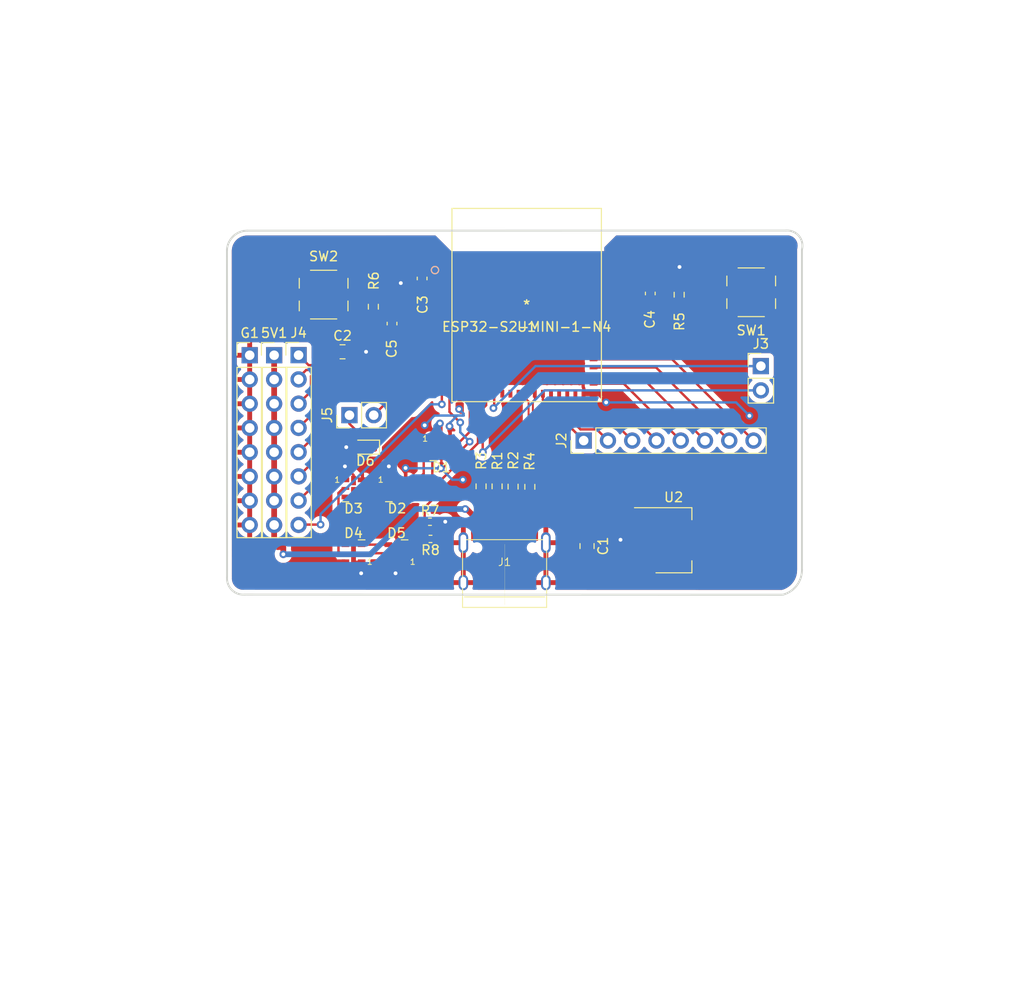
<source format=kicad_pcb>
(kicad_pcb (version 20211014) (generator pcbnew)
  (layers (0 "F.Cu" signal) (31 "B.Cu" signal) (34 "B.Paste" user) (35 "F.Paste" user) (36 "B.SilkS" user "B.Silkscreen") (37 "F.SilkS" user "F.Silkscreen") (38 "B.Mask" user) (39 "F.Mask" user) (44 "Edge.Cuts" user))
  (net 0 "")
  (net 1 "GND")
  (net 2 "5V")
  (net 3 "+3V3")
  (net 4 "ENABLE")
  (net 5 "BOOT")
  (net 6 "/USB_R1")
  (net 8 "/USB_R2")
  (net 10 "/Header_1")
  (net 11 "/Header_2")
  (net 12 "/Header_3")
  (net 13 "/Header_4")
  (net 14 "/Header_5")
  (net 15 "/Header_6")
  (net 16 "/Header_7")
  (net 17 "/Header_8")
  (net 18 "USB_N")
  (net 19 "USB_P")
  (net 22 "/Header_11")
  (net 23 "/Header_12")
  (net 25 "/Header_13")
  (net 27 "/Header_14")
  (net 29 "/Header_15")
  (net 31 "/Header_16")
  (net 33 "/Header_17")
  (net 35 "/SDA")
  (net 36 "/Header_18")
  (net 37 "SCL")
  (net 38 "/SENSOR")
  (net 39 "/Header_9")
  (net 40 "/Header_10")
  (net 43 "Net-(D1-Pad2)")
  (net 44 "Net-(D1-Pad3)")
  (net 47 "/RGB_SDI")
  (net 48 "/RGB_CKI")
  (net 49 "Net-(D2-Pad2)")
  (net 50 "Net-(D2-Pad3)")
  (net 51 "Net-(D3-Pad2)")
  (net 52 "Net-(D3-Pad3)")
  (net 53 "Net-(D4-Pad2)")
  (net 54 "Net-(D4-Pad3)")
  (net 57 "/USB1_P")
  (net 58 "/USB1_N")
  (footprint "Capacitor_SMD:C_0603_1608Metric" (layer "F.Cu") (at 95.7326 48.019 -90)
    (fp_text reference "C3")
    (fp_text value "0.1uF")
  )
  (footprint "USB-C-Power-tester:TYPE-C-31-M-12" (layer "F.Cu") (at 104.3686 79.8754)
    (fp_text reference "J1")
    (fp_text value "USB_C_Receptacle_USB2.0")
  )
  (footprint "Resistor_SMD:R_0603_1608Metric_Pad0.98x0.95mm_HandSolder" (layer "F.Cu") (at 122.64575 49.7176 90)
    (fp_text reference "R5")
    (fp_text value "10k")
  )
  (footprint "Connector_PinHeader_2.54mm:PinHeader_1x08_P2.54mm_Vertical" (layer "F.Cu") (at 82.8 56.05)
    (fp_text reference "J4")
    (fp_text value "Conn_01x08_Male")
  )
  (footprint "footprints:ESP32-S2-MINI-1-N4" (layer "F.Cu") (at 106.68 50.8)
    (fp_text reference "U1")
    (fp_text value "ESP32-S2-MINI-1-N4")
  )
  (footprint "Capacitor_SMD:C_0805_2012Metric" (layer "F.Cu") (at 87.4 55.7)
    (fp_text reference "C2")
    (fp_text value "47uF")
  )
  (footprint "Resistor_SMD:R_0603_1608Metric_Pad0.98x0.95mm_HandSolder" (layer "F.Cu") (at 101.9048 69.7916 90)
    (fp_text reference "R3")
    (fp_text value "5.1k")
  )
  (footprint "Package_TO_SOT_SMD:SOT-223" (layer "F.Cu") (at 122.0678 75.4404)
    (fp_text reference "U2")
    (fp_text value "LM1117-3.3")
  )
  (footprint "Capacitor_SMD:C_0805_2012Metric" (layer "F.Cu") (at 113 76.05 -90)
    (fp_text reference "C1")
    (fp_text value "47uF")
  )
  (footprint "Connector_PinHeader_2.54mm:PinHeader_1x02_P2.54mm_Vertical" (layer "F.Cu") (at 131.2 57.2)
    (fp_text reference "J3")
    (fp_text value "01x02")
  )
  (footprint "Resistor_SMD:R_0402_1005Metric" (layer "F.Cu") (at 96.61 75.3 180)
    (fp_text reference "R8")
    (fp_text value "NTC 10k")
  )
  (footprint "LED_SMD:LED-APA102-2020" (layer "F.Cu") (at 93.1 70)
    (fp_text reference "D2")
    (fp_text value "APA102-2020")
  )
  (footprint "Resistor_SMD:R_0603_1608Metric_Pad0.98x0.95mm_HandSolder" (layer "F.Cu") (at 103.5812 69.7935 90)
    (fp_text reference "R1")
    (fp_text value "33R")
  )
  (footprint "Resistor_SMD:R_0603_1608Metric_Pad0.98x0.95mm_HandSolder" (layer "F.Cu") (at 90.6272 50.9759 90)
    (fp_text reference "R6")
    (fp_text value "10k")
  )
  (footprint "Connector_PinHeader_2.54mm:PinHeader_1x08_P2.54mm_Vertical" (layer "F.Cu") (at 112.65 65 90)
    (fp_text reference "J2")
    (fp_text value "Conn_01x08_Male")
  )
  (footprint "Button_Switch_SMD:SW_SPST_Panasonic_EVQPL_3PL_5PL_PT_A08" (layer "F.Cu") (at 85.4202 49.7078)
    (fp_text reference "SW2")
    (fp_text value "SW_Push")
  )
  (footprint "Button_Switch_SMD:SW_SPST_Panasonic_EVQPL_3PL_5PL_PT_A08" (layer "F.Cu") (at 130.18955 49.4636 180)
    (fp_text reference "SW1")
    (fp_text value "SW_Push")
  )
  (footprint "LED_SMD:LED-APA102-2020" (layer "F.Cu") (at 88.55 70.01)
    (fp_text reference "D3")
    (fp_text value "APA102-2020")
  )
  (footprint "LED_SMD:LED-APA102-2020" (layer "F.Cu") (at 88.55 76.8 180)
    (fp_text reference "D4")
    (fp_text value "APA102-2020")
  )
  (footprint "Connector_PinHeader_2.54mm:PinHeader_1x08_P2.54mm_Vertical" (layer "F.Cu") (at 80.24 56.06)
    (fp_text reference "5V1")
    (fp_text value "Conn_01x08_Male")
  )
  (footprint "LED_SMD:LED_0603_1608Metric" (layer "F.Cu") (at 89.79 65.69 180)
    (fp_text reference "D6")
    (fp_text value "LED")
  )
  (footprint "LED_SMD:LED-APA102-2020" (layer "F.Cu") (at 97.75 65.7)
    (fp_text reference "D1")
    (fp_text value "APA102-2020")
  )
  (footprint "Connector_PinHeader_2.54mm:PinHeader_1x02_P2.54mm_Vertical" (layer "F.Cu") (at 88.125 62.34 90)
    (fp_text reference "J5")
    (fp_text value "01x02")
  )
  (footprint "Resistor_SMD:R_0402_1005Metric" (layer "F.Cu") (at 96.555 73.5)
    (fp_text reference "R7")
    (fp_text value "10k")
  )
  (footprint "Capacitor_SMD:C_0603_1608Metric" (layer "F.Cu") (at 119.62315 49.5906 -90)
    (fp_text reference "C4")
    (fp_text value "0.1uF")
  )
  (footprint "Resistor_SMD:R_0603_1608Metric_Pad0.98x0.95mm_HandSolder" (layer "F.Cu") (at 105.2576 69.8227 90)
    (fp_text reference "R2")
    (fp_text value "33R")
  )
  (footprint "Connector_PinHeader_2.54mm:PinHeader_1x08_P2.54mm_Vertical" (layer "F.Cu") (at 77.68 56.06)
    (fp_text reference "G1")
    (fp_text value "Conn_01x08_Male")
  )
  (footprint "LED_SMD:LED-APA102-2020" (layer "F.Cu") (at 93.05 76.8 180)
    (fp_text reference "D5")
    (fp_text value "APA102-2020")
  )
  (footprint "Capacitor_SMD:C_0603_1608Metric" (layer "F.Cu") (at 92.583 52.7434 90)
    (fp_text reference "C5")
    (fp_text value "0.1uF")
  )
  (footprint "Resistor_SMD:R_0603_1608Metric_Pad0.98x0.95mm_HandSolder" (layer "F.Cu") (at 107.0102 69.8424 90)
    (fp_text reference "R4")
    (fp_text value "5.1k")
  )
  (gr_line (start 133.4934 81.147101) (end 77.16 81.13) (layer "Edge.Cuts") (width 0.2))
  (gr_arc (start 75.3 45.05) (mid 75.952645 43.602581) (end 77.425723 43.010123) (layer "Edge.Cuts") (width 0.2))
  (gr_arc (start 77.16 81.13) (mid 75.813445 80.648504) (end 75.31 79.31) (layer "Edge.Cuts") (width 0.2))
  (gr_line (start 135.5 45) (end 135.5 78.564901) (layer "Edge.Cuts") (width 0.2))
  (gr_line (start 77.425723 43.010123) (end 133.8326 43) (layer "Edge.Cuts") (width 0.2))
  (gr_arc (start 135.5 78.564901) (mid 134.939376 80.2) (end 133.4934 81.147101) (layer "Edge.Cuts") (width 0.2))
  (gr_arc (start 133.8326 43) (mid 135.18633 43.566451) (end 135.5 45) (layer "Edge.Cuts") (width 0.2))
  (gr_line (start 75.31 79.31) (end 75.3 45.05) (layer "Edge.Cuts") (width 0.2))
  (segment (start 100.9936 74.7754) (end 100.9936 73.6632) (width 0.25) (layer "F.Cu") (net 1))
  (segment (start 93.95 67.92) (end 94 67.87) (width 0.25) (layer "F.Cu") (net 1))
  (segment (start 114.088516 60.088516) (end 115 61) (width 0.25) (layer "F.Cu") (net 1))
  (segment (start 107.4686 74.822) (end 107.5436 74.897) (width 0.25) (layer "F.Cu") (net 1))
  (segment (start 107.4686 74.243) (end 108.3818 73.3298) (width 0.25) (layer "F.Cu") (net 1))
  (segment (start 99.680001 60.088516) (end 99.680001 61.619999) (width 0.25) (layer "F.Cu") (net 1))
  (segment (start 93.05 76.21) (end 93.05 74) (width 0.25) (layer "F.Cu") (net 1))
  (segment (start 107.7436 74.7754) (end 107.7436 74.1712) (width 0.25) (layer "F.Cu") (net 1))
  (segment (start 113.679999 60.088516) (end 114.088516 60.088516) (width 0.25) (layer "F.Cu") (net 1))
  (segment (start 97.75 67.85) (end 97.7 67.9) (width 0.25) (layer "F.Cu") (net 1))
  (segment (start 93.95 69.1) (end 93.95 67.92) (width 0.25) (layer "F.Cu") (net 1))
  (segment (start 88.55 76.21) (end 88.55 74.6) (width 0.25) (layer "F.Cu") (net 1))
  (segment (start 101.2686 74.1886) (end 100.48 73.4) (width 0.25) (layer "F.Cu") (net 1))
  (segment (start 107.7436 74.1712) (end 108.458 73.4568) (width 0.25) (layer "F.Cu") (net 1))
  (segment (start 107.4686 74.7754) (end 107.4686 74.822) (width 0.25) (layer "F.Cu") (net 1))
  (segment (start 93.1 72.05) (end 93.15 72.1) (width 0.25) (layer "F.Cu") (net 1))
  (segment (start 101.2686 74.7754) (end 101.2686 74.1886) (width 0.25) (layer "F.Cu") (net 1))
  (segment (start 130 62.4) (end 130.9 62.4) (width 0.25) (layer "F.Cu") (net 1))
  (segment (start 99.680001 61.619999) (end 99.6 61.7) (width 0.25) (layer "F.Cu") (net 1))
  (segment (start 88.55 70.6) (end 88.55 72.2) (width 0.25) (layer "F.Cu") (net 1))
  (segment (start 88.55 74.6) (end 88.65 74.5) (width 0.25) (layer "F.Cu") (net 1))
  (segment (start 98.6 64.8) (end 98.6 63.5) (width 0.25) (layer "F.Cu") (net 1))
  (segment (start 107.4686 74.7754) (end 107.4686 74.243) (width 0.25) (layer "F.Cu") (net 1))
  (segment (start 97.75 66.29) (end 97.75 67.85) (width 0.25) (layer "F.Cu") (net 1))
  (segment (start 93.1 70.59) (end 93.1 72.05) (width 0.25) (layer "F.Cu") (net 1))
  (segment (start 100.9936 73.6632) (end 100.6094 73.279) (width 0.25) (layer "F.Cu") (net 1))
  (via (at 100 69.1) (size 0.8) (drill 0.4) (layers "F.Cu" "B.Cu") (net 1))
  (via (at 94 67.87) (size 0.8) (drill 0.4) (layers "F.Cu" "B.Cu") (net 1))
  (via (at 98.6 63.5) (size 0.8) (drill 0.4) (layers "F.Cu" "B.Cu") (net 1))
  (via (at 130 62.4) (size 0.8) (drill 0.4) (layers "F.Cu" "B.Cu") (net 1))
  (via (at 97.7 67.9) (size 0.8) (drill 0.4) (layers "F.Cu" "B.Cu") (net 1))
  (via (at 96 63.4) (size 0.8) (drill 0.4) (layers "F.Cu" "B.Cu") (net 1))
  (via (at 115 61) (size 0.8) (drill 0.4) (layers "F.Cu" "B.Cu") (net 1))
  (via (at 99.6 61.7) (size 0.8) (drill 0.4) (layers "F.Cu" "B.Cu") (net 1))
  (segment (start 97.024511 62.375489) (end 100.075489 62.375489) (width 0.25) (layer "B.Cu") (net 1))
  (segment (start 96 63.4) (end 97.024511 62.375489) (width 0.25) (layer "B.Cu") (net 1))
  (segment (start 97.7 67.9) (end 98.9 69.1) (width 0.25) (layer "B.Cu") (net 1))
  (segment (start 94.03 67.9) (end 97.7 67.9) (width 0.25) (layer "B.Cu") (net 1))
  (segment (start 98.6 63.199886) (end 99.424397 62.375489) (width 0.25) (layer "B.Cu") (net 1))
  (segment (start 98.9 69.1) (end 100 69.1) (width 0.25) (layer "B.Cu") (net 1))
  (segment (start 99.424397 62.375489) (end 100.075489 62.375489) (width 0.25) (layer "B.Cu") (net 1))
  (segment (start 100.075489 62.175489) (end 100.075489 62.375489) (width 0.25) (layer "B.Cu") (net 1))
  (segment (start 115 61) (end 128.6 61) (width 0.25) (layer "B.Cu") (net 1))
  (segment (start 98.6 63.5) (end 98.6 63.199886) (width 0.25) (layer "B.Cu") (net 1))
  (segment (start 94 67.87) (end 94.03 67.9) (width 0.25) (layer "B.Cu") (net 1))
  (segment (start 128.6 61) (end 130 62.4) (width 0.25) (layer "B.Cu") (net 1))
  (segment (start 99.6 61.7) (end 100.075489 62.175489) (width 0.25) (layer "B.Cu") (net 1))
  (segment (start 80.24 75.77) (end 80.62 76.15) (width 0.6) (layer "F.Cu") (net 2))
  (segment (start 80.24 63.68) (end 80.24 66.22) (width 0.6) (layer "F.Cu") (net 2))
  (segment (start 80.24 71.3) (end 80.24 73.84) (width 0.6) (layer "F.Cu") (net 2))
  (segment (start 80.24 73.84) (end 80.24 75.77) (width 0.6) (layer "F.Cu") (net 2))
  (segment (start 106.097569 76.274431) (end 106.9436 75.4284) (width 0.25) (layer "F.Cu") (net 2))
  (segment (start 106.9436 73.776378) (end 108.538178 72.1818) (width 0.25) (layer "F.Cu") (net 2))
  (segment (start 113 77) (end 113.7404 77.7404) (width 0.25) (layer "F.Cu") (net 2))
  (segment (start 113.7404 77.7404) (end 118.9178 77.7404) (width 0.25) (layer "F.Cu") (net 2))
  (segment (start 80.24 66.22) (end 80.24 68.76) (width 0.6) (layer "F.Cu") (net 2))
  (segment (start 111.2096 77.3096) (end 112.6904 77.3096) (width 0.25) (layer "F.Cu") (net 2))
  (segment (start 102.0686 73.848482) (end 101.7936 73.573482) (width 0.25) (layer "F.Cu") (net 2))
  (segment (start 112.6904 77.3096) (end 113 77) (width 0.25) (layer "F.Cu") (net 2))
  (segment (start 80.62 76.15) (end 81.19 76.15) (width 0.6) (layer "F.Cu") (net 2))
  (segment (start 101.7936 74.7754) (end 101.7936 73.573482) (width 0.25) (layer "F.Cu") (net 2))
  (segment (start 101.7936 74.7754) (end 101.7936 75.3754) (width 0.25) (layer "F.Cu") (net 2))
  (segment (start 101.7936 75.3754) (end 102.692631 76.274431) (width 0.25) (layer "F.Cu") (net 2))
  (segment (start 102.0686 74.7754) (end 102.0686 73.848482) (width 0.25) (layer "F.Cu") (net 2))
  (segment (start 80.24 58.6) (end 80.24 61.14) (width 0.6) (layer "F.Cu") (net 2))
  (segment (start 113 77) (end 113.2082 77) (width 0.25) (layer "F.Cu") (net 2))
  (segment (start 101.7936 73.573482) (end 100.390118 72.17) (width 0.6) (layer "F.Cu") (net 2))
  (segment (start 102.692631 76.274431) (end 106.097569 76.274431) (width 0.25) (layer "F.Cu") (net 2))
  (segment (start 111.2 74.843622) (end 111.2 77.3) (width 0.25) (layer "F.Cu") (net 2))
  (segment (start 80.24 56.06) (end 80.24 58.6) (width 0.6) (layer "F.Cu") (net 2))
  (segment (start 108.538178 72.1818) (end 111.2 74.843622) (width 0.25) (layer "F.Cu") (net 2))
  (segment (start 80.24 68.76) (end 80.24 71.3) (width 0.6) (layer "F.Cu") (net 2))
  (segment (start 100.390118 72.17) (end 100.24 72.17) (width 0.25) (layer "F.Cu") (net 2))
  (segment (start 106.9436 74.7754) (end 106.9436 73.776378) (width 0.25) (layer "F.Cu") (net 2))
  (segment (start 81.2 76.91) (end 81.2 76.18) (width 0.6) (layer "F.Cu") (net 2))
  (segment (start 111.2 77.3) (end 111.2096 77.3096) (width 0.25) (layer "F.Cu") (net 2))
  (segment (start 80.24 61.14) (end 80.24 63.68) (width 0.6) (layer "F.Cu") (net 2))
  (segment (start 106.9436 75.4284) (end 106.9436 74.7754) (width 0.25) (layer "F.Cu") (net 2))
  (via (at 100.24 72.17) (size 0.8) (drill 0.4) (layers "F.Cu" "B.Cu") (net 2))
  (via (at 81.2 76.91) (size 0.8) (drill 0.4) (layers "F.Cu" "B.Cu") (net 2))
  (segment (start 90.315386 76.91) (end 81.2 76.91) (width 0.6) (layer "B.Cu") (net 2))
  (segment (start 100.24 72.17) (end 95.055386 72.17) (width 0.6) (layer "B.Cu") (net 2))
  (segment (start 95.055386 72.17) (end 90.315386 76.91) (width 0.6) (layer "B.Cu") (net 2))
  (segment (start 94.4632 50.0634) (end 93.4366 50.0634) (width 0.25) (layer "F.Cu") (net 3))
  (segment (start 93.1 68.55) (end 92.25 67.7) (width 0.25) (layer "F.Cu") (net 3))
  (segment (start 89.4 77.7) (end 89.4 78.85) (width 0.25) (layer "F.Cu") (net 3))
  (segment (start 122.64575 46.84845) (end 122.682 46.8122) (width 0.25) (layer "F.Cu") (net 3))
  (segment (start 97.75 63.35) (end 97.6 63.2) (width 0.25) (layer "F.Cu") (net 3))
  (segment (start 95.777115 48.838515) (end 99.680001 48.838515) (width 0.25) (layer "F.Cu") (net 3))
  (segment (start 87.7 67.75) (end 87.65 67.7) (width 0.25) (layer "F.Cu") (net 3))
  (segment (start 89.0025 65.69) (end 87.79 65.69) (width 0.25) (layer "F.Cu") (net 3))
  (segment (start 93.9 77.7) (end 93.12 77.7) (width 0.25) (layer "F.Cu") (net 3))
  (segment (start 92.25 69.1) (end 92.25 67.7) (width 0.25) (layer "F.Cu") (net 3))
  (segment (start 97.75 64.87) (end 97.75 63.35) (width 0.25) (layer "F.Cu") (net 3))
  (segment (start 96.9 64.8) (end 97.68 64.8) (width 0.25) (layer "F.Cu") (net 3))
  (segment (start 93.03 69.1) (end 93.1 69.17) (width 0.25) (layer "F.Cu") (net 3))
  (segment (start 89.4 77.7) (end 88.62 77.7) (width 0.25) (layer "F.Cu") (net 3))
  (segment (start 97.065 73.5) (end 98.155 73.5) (width 0.25) (layer "F.Cu") (net 3))
  (segment (start 118.9178 75.4404) (end 116.5556 75.4404) (width 0.25) (layer "F.Cu") (net 3))
  (segment (start 95.7326 48.794) (end 95.777115 48.838515) (width 0.25) (layer "F.Cu") (net 3))
  (segment (start 88.35 55.7) (end 89.8638 55.7) (width 0.25) (layer "F.Cu") (net 3))
  (segment (start 88.55 69.18) (end 88.55 68.6) (width 0.25) (layer "F.Cu") (net 3))
  (segment (start 88.62 77.7) (end 88.55 77.63) (width 0.25) (layer "F.Cu") (net 3))
  (segment (start 93.12 77.7) (end 93.05 77.63) (width 0.25) (layer "F.Cu") (net 3))
  (segment (start 95.7326 48.794) (end 94.4632 50.0634) (width 0.25) (layer "F.Cu") (net 3))
  (segment (start 88.55 68.6) (end 87.65 67.7) (width 0.25) (layer "F.Cu") (net 3))
  (segment (start 87.7 69.11) (end 87.77 69.18) (width 0.25) (layer "F.Cu") (net 3))
  (segment (start 93.4366 50.0634) (end 93.5 50) (width 0.25) (layer "F.Cu") (net 3))
  (segment (start 93.05 77.63) (end 93.05 78.8) (width 0.25) (layer "F.Cu") (net 3))
  (segment (start 93.1 69.17) (end 93.1 68.55) (width 0.25) (layer "F.Cu") (net 3))
  (segment (start 116.5556 75.4404) (end 116.5048 75.3896) (width 0.25) (layer "F.Cu") (net 3))
  (segment (start 89.4 78.85) (end 89.35 78.9) (width 0.25) (layer "F.Cu") (net 3))
  (segment (start 122.64575 48.8051) (end 122.64575 46.84845) (width 0.25) (layer "F.Cu") (net 3))
  (segment (start 93.05 78.8) (end 92.95 78.9) (width 0.25) (layer "F.Cu") (net 3))
  (segment (start 87.7 69.11) (end 87.7 67.75) (width 0.25) (layer "F.Cu") (net 3))
  (segment (start 93.5 50) (end 93.5 48.5) (width 0.25) (layer "F.Cu") (net 3))
  (segment (start 97.68 64.8) (end 97.75 64.87) (width 0.25) (layer "F.Cu") (net 3))
  (segment (start 93.4366 50.0634) (end 90.6272 50.0634) (width 0.25) (layer "F.Cu") (net 3))
  (via (at 89.35 78.9) (size 0.8) (drill 0.4) (layers "F.Cu" "B.Cu") (net 3))
  (via (at 98.155 73.5) (size 0.8) (drill 0.4) (layers "F.Cu" "B.Cu") (net 3))
  (via (at 93.5 48.5) (size 0.8) (drill 0.4) (layers "F.Cu" "B.Cu") (net 3))
  (via (at 92.25 67.7) (size 0.8) (drill 0.4) (layers "F.Cu" "B.Cu") (net 3))
  (via (at 92.95 78.9) (size 0.8) (drill 0.4) (layers "F.Cu" "B.Cu") (net 3))
  (via (at 122.682 46.8122) (size 0.8) (drill 0.4) (layers "F.Cu" "B.Cu") (net 3))
  (via (at 89.8638 55.7) (size 0.8) (drill 0.4) (layers "F.Cu" "B.Cu") (net 3))
  (via (at 116.5048 75.3896) (size 0.8) (drill 0.4) (layers "F.Cu" "B.Cu") (net 3))
  (via (at 97.6 63.2) (size 0.8) (drill 0.4) (layers "F.Cu" "B.Cu") (net 3))
  (via (at 87.65 67.7) (size 0.8) (drill 0.4) (layers "F.Cu" "B.Cu") (net 3))
  (via (at 87.79 65.69) (size 0.8) (drill 0.4) (layers "F.Cu" "B.Cu") (net 3))
  (segment (start 126.01225 47.2636) (end 122.64575 50.6301) (width 0.25) (layer "F.Cu") (net 4))
  (segment (start 119.88765 50.6301) (end 119.62315 50.3656) (width 0.25) (layer "F.Cu") (net 4))
  (segment (start 128.33955 47.2636) (end 126.01225 47.2636) (width 0.25) (layer "F.Cu") (net 4))
  (segment (start 119.62315 50.3656) (end 119.450235 50.538515) (width 0.25) (layer "F.Cu") (net 4))
  (segment (start 123.67925 51.6636) (end 122.64575 50.6301) (width 0.25) (layer "F.Cu") (net 4))
  (segment (start 122.64575 50.6301) (end 119.88765 50.6301) (width 0.25) (layer "F.Cu") (net 4))
  (segment (start 119.450235 50.538515) (end 113.679999 50.538515) (width 0.25) (layer "F.Cu") (net 4))
  (segment (start 128.33955 51.6636) (end 123.67925 51.6636) (width 0.25) (layer "F.Cu") (net 4))
  (segment (start 96.991494 51.9684) (end 99.27138 49.688514) (width 0.25) (layer "F.Cu") (net 5))
  (segment (start 99.27138 49.688514) (end 99.680001 49.688514) (width 0.25) (layer "F.Cu") (net 5))
  (segment (start 90.6078 51.9078) (end 90.6272 51.8884) (width 0.25) (layer "F.Cu") (net 5))
  (segment (start 90.6272 51.8884) (end 92.503 51.8884) (width 0.25) (layer "F.Cu") (net 5))
  (segment (start 87.2702 51.9078) (end 90.6078 51.9078) (width 0.25) (layer "F.Cu") (net 5))
  (segment (start 87.2702 47.5078) (end 87.2702 51.9078) (width 0.25) (layer "F.Cu") (net 5))
  (segment (start 92.583 51.9684) (end 96.991494 51.9684) (width 0.25) (layer "F.Cu") (net 5))
  (segment (start 92.503 51.8884) (end 92.583 51.9684) (width 0.25) (layer "F.Cu") (net 5))
  (segment (start 103.1186 71.8398) (end 101.981 70.7022) (width 0.25) (layer "F.Cu") (net 6))
  (segment (start 103.1186 74.7754) (end 103.1186 71.8398) (width 0.25) (layer "F.Cu") (net 6))
  (segment (start 106.1186 71.6465) (end 107.0102 70.7549) (width 0.25) (layer "F.Cu") (net 8))
  (segment (start 106.1186 74.7754) (end 106.1186 71.6465) (width 0.25) (layer "F.Cu") (net 8))
  (segment (start 108.379999 60.088513) (end 108.379999 60.729999) (width 0.25) (layer "F.Cu") (net 10))
  (segment (start 108.379999 60.729999) (end 112.65 65) (width 0.25) (layer "F.Cu") (net 10))
  (segment (start 114.015489 63.825489) (end 115.19 65) (width 0.25) (layer "F.Cu") (net 11))
  (segment (start 112.310576 63.825489) (end 114.015489 63.825489) (width 0.25) (layer "F.Cu") (net 11))
  (segment (start 109.23 60.088513) (end 109.23 60.744913) (width 0.25) (layer "F.Cu") (net 11))
  (segment (start 109.23 60.744913) (end 112.310576 63.825489) (width 0.25) (layer "F.Cu") (net 11))
  (segment (start 110.929999 60.088513) (end 110.929999 60.729999) (width 0.25) (layer "F.Cu") (net 12))
  (segment (start 113.3 63.1) (end 116.3 63.1) (width 0.25) (layer "F.Cu") (net 12))
  (segment (start 110.929999 60.729999) (end 113.3 63.1) (width 0.25) (layer "F.Cu") (net 12))
  (segment (start 116.3 63.1) (end 116.3 63.57) (width 0.25) (layer "F.Cu") (net 12))
  (segment (start 116.3 63.57) (end 117.73 65) (width 0.25) (layer "F.Cu") (net 12))
  (segment (start 118 62.6) (end 118 62.73) (width 0.25) (layer "F.Cu") (net 13))
  (segment (start 111.78 60.088513) (end 111.78 60.744913) (width 0.25) (layer "F.Cu") (net 13))
  (segment (start 111.78 60.744913) (end 113.635087 62.6) (width 0.25) (layer "F.Cu") (net 13))
  (segment (start 113.635087 62.6) (end 118 62.6) (width 0.25) (layer "F.Cu") (net 13))
  (segment (start 118 62.73) (end 120.27 65) (width 0.25) (layer "F.Cu") (net 13))
  (segment (start 116.848515 59.038515) (end 122.81 65) (width 0.25) (layer "F.Cu") (net 14))
  (segment (start 113.679999 59.038515) (end 116.848515 59.038515) (width 0.25) (layer "F.Cu") (net 14))
  (segment (start 118.538515 58.188515) (end 125.35 65) (width 0.25) (layer "F.Cu") (net 15))
  (segment (start 113.679999 58.188515) (end 118.538515 58.188515) (width 0.25) (layer "F.Cu") (net 15))
  (segment (start 120.228514 57.338514) (end 127.89 65) (width 0.25) (layer "F.Cu") (net 16))
  (segment (start 113.679999 57.338514) (end 120.228514 57.338514) (width 0.25) (layer "F.Cu") (net 16))
  (segment (start 113.679999 56.488515) (end 121.918515 56.488515) (width 0.25) (layer "F.Cu") (net 17))
  (segment (start 121.918515 56.488515) (end 130.43 65) (width 0.25) (layer "F.Cu") (net 17))
  (segment (start 106.880001 63.883256) (end 104.179799 66.583458) (width 0.2) (layer "F.Cu") (net 18))
  (segment (start 104.179799 68.282401) (end 103.5812 68.881) (width 0.2) (layer "F.Cu") (net 18))
  (segment (start 106.68 60.698114) (end 106.880001 60.898115) (width 0.2) (layer "F.Cu") (net 18))
  (segment (start 106.880001 60.898115) (end 106.880001 63.883256) (width 0.2) (layer "F.Cu") (net 18))
  (segment (start 104.179799 66.583458) (end 104.179799 68.282401) (width 0.2) (layer "F.Cu") (net 18))
  (segment (start 106.68 60.088513) (end 106.68 60.698114) (width 0.2) (layer "F.Cu") (net 18))
  (segment (start 107.530001 60.088513) (end 107.530001 60.698114) (width 0.2) (layer "F.Cu") (net 19))
  (segment (start 107.33 60.898115) (end 107.33 64.069657) (width 0.2) (layer "F.Cu") (net 19))
  (segment (start 104.629801 68.282401) (end 105.2576 68.9102) (width 0.2) (layer "F.Cu") (net 19))
  (segment (start 104.629801 66.769856) (end 104.629801 68.282401) (width 0.2) (layer "F.Cu") (net 19))
  (segment (start 107.530001 60.698114) (end 107.33 60.898115) (width 0.2) (layer "F.Cu") (net 19))
  (segment (start 107.33 64.069657) (end 104.629801 66.769856) (width 0.2) (layer "F.Cu") (net 19))
  (segment (start 99.680001 50.538515) (end 99.361485 50.538515) (width 0.25) (layer "F.Cu") (net 22))
  (segment (start 83.85 57.1) (end 82.8 56.05) (width 0.25) (layer "F.Cu") (net 22))
  (segment (start 92.8 57.1) (end 83.85 57.1) (width 0.25) (layer "F.Cu") (net 22))
  (segment (start 99.361485 50.538515) (end 92.8 57.1) (width 0.25) (layer "F.Cu") (net 22))
  (segment (start 99.271378 51.388515) (end 93.059893 57.6) (width 0.25) (layer "F.Cu") (net 23))
  (segment (start 99.680001 51.388515) (end 99.271378 51.388515) (width 0.25) (layer "F.Cu") (net 23))
  (segment (start 82.8 58.4) (end 82.8 58.59) (width 0.25) (layer "F.Cu") (net 23))
  (segment (start 83.6 57.6) (end 82.8 58.4) (width 0.25) (layer "F.Cu") (net 23))
  (segment (start 93.059893 57.6) (end 83.6 57.6) (width 0.25) (layer "F.Cu") (net 23))
  (segment (start 84.3 58.04952) (end 84.1 58.24952) (width 0.25) (layer "F.Cu") (net 25))
  (segment (start 84.1 59.83) (end 82.8 61.13) (width 0.25) (layer "F.Cu") (net 25))
  (segment (start 84.1 58.24952) (end 84.1 59.83) (width 0.25) (layer "F.Cu") (net 25))
  (segment (start 99.680001 52.238514) (end 99.057097 52.238514) (width 0.25) (layer "F.Cu") (net 25))
  (segment (start 93.24609 58.04952) (end 84.3 58.04952) (width 0.25) (layer "F.Cu") (net 25))
  (segment (start 99.057097 52.238514) (end 93.24609 58.04952) (width 0.25) (layer "F.Cu") (net 25))
  (segment (start 84.54952 60.44952) (end 84.6 60.5) (width 0.25) (layer "F.Cu") (net 27))
  (segment (start 84.6 61.87) (end 82.8 63.67) (width 0.25) (layer "F.Cu") (net 27))
  (segment (start 99.680001 53.088515) (end 98.842814 53.088515) (width 0.25) (layer "F.Cu") (net 27))
  (segment (start 98.842814 53.088515) (end 93.431329 58.5) (width 0.25) (layer "F.Cu") (net 27))
  (segment (start 93.431329 58.5) (end 84.54952 58.5) (width 0.25) (layer "F.Cu") (net 27))
  (segment (start 84.54952 58.5) (end 84.54952 60.44952) (width 0.25) (layer "F.Cu") (net 27))
  (segment (start 84.6 60.5) (end 84.6 61.87) (width 0.25) (layer "F.Cu") (net 27))
  (segment (start 85.1 59.2) (end 85.1 63.91) (width 0.25) (layer "F.Cu") (net 29))
  (segment (start 93.567047 59) (end 85.3 59) (width 0.25) (layer "F.Cu") (net 29))
  (segment (start 98.628532 53.938515) (end 93.567047 59) (width 0.25) (layer "F.Cu") (net 29))
  (segment (start 85.3 59) (end 85.1 59.2) (width 0.25) (layer "F.Cu") (net 29))
  (segment (start 85.1 63.91) (end 82.8 66.21) (width 0.25) (layer "F.Cu") (net 29))
  (segment (start 99.680001 53.938515) (end 98.628532 53.938515) (width 0.25) (layer "F.Cu") (net 29))
  (segment (start 85.6 65) (end 85.8 65.2) (width 0.25) (layer "F.Cu") (net 31))
  (segment (start 98.414251 54.788514) (end 93.702765 59.5) (width 0.25) (layer "F.Cu") (net 31))
  (segment (start 85.6 59.5) (end 85.6 65) (width 0.25) (layer "F.Cu") (net 31))
  (segment (start 99.680001 54.788514) (end 98.414251 54.788514) (width 0.25) (layer "F.Cu") (net 31))
  (segment (start 85.8 65.75) (end 82.8 68.75) (width 0.25) (layer "F.Cu") (net 31))
  (segment (start 85.8 65.2) (end 85.8 65.75) (width 0.25) (layer "F.Cu") (net 31))
  (segment (start 93.702765 59.5) (end 85.6 59.5) (width 0.25) (layer "F.Cu") (net 31))
  (segment (start 84.5 70.2) (end 83.89 70.2) (width 0.25) (layer "F.Cu") (net 33))
  (segment (start 93.738483 60.1) (end 86.8 60.1) (width 0.25) (layer "F.Cu") (net 33))
  (segment (start 83.89 70.2) (end 82.8 71.29) (width 0.25) (layer "F.Cu") (net 33))
  (segment (start 86.3 66.5) (end 84.4 68.4) (width 0.25) (layer "F.Cu") (net 33))
  (segment (start 98.199968 55.638515) (end 93.738483 60.1) (width 0.25) (layer "F.Cu") (net 33))
  (segment (start 84.4 68.4) (end 84.4 70.1) (width 0.25) (layer "F.Cu") (net 33))
  (segment (start 86.3 60.6) (end 86.3 66.5) (width 0.25) (layer "F.Cu") (net 33))
  (segment (start 84.4 70.1) (end 84.5 70.2) (width 0.25) (layer "F.Cu") (net 33))
  (segment (start 99.680001 55.638515) (end 98.199968 55.638515) (width 0.25) (layer "F.Cu") (net 33))
  (segment (start 86.8 60.1) (end 86.3 60.6) (width 0.25) (layer "F.Cu") (net 33))
  (segment (start 91.745 61.26) (end 90.665 62.34) (width 0.25) (layer "F.Cu") (net 35))
  (segment (start 98.831485 56.488515) (end 94.06 61.26) (width 0.25) (layer "F.Cu") (net 35))
  (segment (start 99.680001 56.488515) (end 98.831485 56.488515) (width 0.25) (layer "F.Cu") (net 35))
  (segment (start 94.06 61.26) (end 91.745 61.26) (width 0.25) (layer "F.Cu") (net 35))
  (segment (start 85.1 73.8) (end 82.83 73.8) (width 0.25) (layer "F.Cu") (net 36))
  (segment (start 97.8 59.659894) (end 97.8 61.2) (width 0.25) (layer "F.Cu") (net 36))
  (segment (start 99.271379 58.188515) (end 97.8 59.659894) (width 0.25) (layer "F.Cu") (net 36))
  (segment (start 99.680001 58.188515) (end 99.271379 58.188515) (width 0.25) (layer "F.Cu") (net 36))
  (segment (start 82.83 73.8) (end 82.8 73.83) (width 0.25) (layer "F.Cu") (net 36))
  (via (at 85.1 73.8) (size 0.8) (drill 0.4) (layers "F.Cu" "B.Cu") (net 36))
  (via (at 97.8 61.2) (size 0.8) (drill 0.4) (layers "F.Cu" "B.Cu") (net 36))
  (segment (start 85.1 72.7) (end 85.1 73.8) (width 0.25) (layer "B.Cu") (net 36))
  (segment (start 96.6 61.2) (end 85.1 72.7) (width 0.25) (layer "B.Cu") (net 36))
  (segment (start 97.8 61.2) (end 96.6 61.2) (width 0.25) (layer "B.Cu") (net 36))
  (segment (start 88.125 62.34) (end 88.125 63.2375) (width 0.25) (layer "F.Cu") (net 37))
  (segment (start 90.5775 65.69) (end 94.3675 61.9) (width 0.25) (layer "F.Cu") (net 37))
  (segment (start 88.125 63.2375) (end 90.5775 65.69) (width 0.25) (layer "F.Cu") (net 37))
  (segment (start 94.3675 61.9) (end 94.8 61.9) (width 0.25) (layer "F.Cu") (net 37))
  (segment (start 99.361486 57.338514) (end 99.680001 57.338514) (width 0.25) (layer "F.Cu") (net 37))
  (segment (start 94.8 61.9) (end 99.361486 57.338514) (width 0.25) (layer "F.Cu") (net 37))
  (segment (start 96 72) (end 96 73.455) (width 0.25) (layer "F.Cu") (net 38))
  (segment (start 101.58 65.269212) (end 97.4 69.449212) (width 0.25) (layer "F.Cu") (net 38))
  (segment (start 101.58 60.088513) (end 101.58 65.269212) (width 0.25) (layer "F.Cu") (net 38))
  (segment (start 96.1 75.3) (end 96.1 73.555) (width 0.25) (layer "F.Cu") (net 38))
  (segment (start 97.4 70.6) (end 96 72) (width 0.25) (layer "F.Cu") (net 38))
  (segment (start 96 73.455) (end 96.045 73.5) (width 0.25) (layer "F.Cu") (net 38))
  (segment (start 97.4 69.449212) (end 97.4 70.6) (width 0.25) (layer "F.Cu") (net 38))
  (segment (start 96.1 73.555) (end 96.045 73.5) (width 0.25) (layer "F.Cu") (net 38))
  (segment (start 102.075489 61.659899) (end 102.075489 66.175489) (width 0.25) (layer "F.Cu") (net 39))
  (segment (start 102.075489 66.175489) (end 102.1 66.2) (width 0.25) (layer "F.Cu") (net 39))
  (segment (start 102.430001 60.088513) (end 102.430001 61.305387) (width 0.25) (layer "F.Cu") (net 39))
  (segment (start 102.430001 61.305387) (end 102.075489 61.659899) (width 0.25) (layer "F.Cu") (net 39))
  (via (at 102.1 66.2) (size 0.8) (drill 0.4) (layers "F.Cu" "B.Cu") (net 39))
  (segment (start 108.56 59.74) (end 131.2 59.74) (width 0.25) (layer "B.Cu") (net 39))
  (segment (start 102.1 66.2) (end 108.56 59.74) (width 0.25) (layer "B.Cu") (net 39))
  (segment (start 103.279999 61.520001) (end 103.2 61.6) (width 0.25) (layer "F.Cu") (net 40))
  (segment (start 103.279999 60.088513) (end 103.279999 61.520001) (width 0.25) (layer "F.Cu") (net 40))
  (via (at 103.2 61.6) (size 0.8) (drill 0.4) (layers "F.Cu" "B.Cu") (net 40))
  (segment (start 103.2 61.6) (end 107.6 57.2) (width 0.25) (layer "B.Cu") (net 40))
  (segment (start 107.6 57.2) (end 131.2 57.2) (width 0.25) (layer "B.Cu") (net 40))
  (segment (start 94.35 70) (end 95.9 68.45) (width 0.25) (layer "F.Cu") (net 43))
  (segment (start 93.95 70) (end 94.2 70) (width 0.25) (layer "F.Cu") (net 43))
  (segment (start 96.500978 65.7) (end 96.9 65.7) (width 0.25) (layer "F.Cu") (net 43))
  (segment (start 95.9 66.300978) (end 96.500978 65.7) (width 0.25) (layer "F.Cu") (net 43))
  (segment (start 95.9 68.45) (end 95.9 66.300978) (width 0.25) (layer "F.Cu") (net 43))
  (segment (start 96.8 66.6) (end 96.8 69.5) (width 0.25) (layer "F.Cu") (net 44))
  (segment (start 96.8 69.5) (end 95.4 70.9) (width 0.25) (layer "F.Cu") (net 44))
  (segment (start 95.4 70.9) (end 94.1 70.9) (width 0.25) (layer "F.Cu") (net 44))
  (segment (start 98.6 62) (end 99.7 63.1) (width 0.25) (layer "F.Cu") (net 47))
  (segment (start 99.224598 66.6) (end 98.6 66.6) (width 0.25) (layer "F.Cu") (net 47))
  (segment (start 98.6 61.7) (end 98.6 62) (width 0.25) (layer "F.Cu") (net 47))
  (segment (start 99.061485 59.038515) (end 98.6 59.5) (width 0.25) (layer "F.Cu") (net 47))
  (segment (start 100.712299 65.112299) (end 99.224598 66.6) (width 0.25) (layer "F.Cu") (net 47))
  (segment (start 98.612299 66.587701) (end 98.6 66.6) (width 0.25) (layer "F.Cu") (net 47))
  (segment (start 98.6 59.5) (end 98.6 61.7) (width 0.25) (layer "F.Cu") (net 47))
  (segment (start 99.680001 59.038515) (end 99.061485 59.038515) (width 0.25) (layer "F.Cu") (net 47))
  (via (at 100.712299 65.112299) (size 0.8) (drill 0.4) (layers "F.Cu" "B.Cu") (net 47))
  (via (at 99.7245 63.1) (size 0.8) (drill 0.4) (layers "F.Cu" "B.Cu") (net 47))
  (segment (start 99.7245 64.1245) (end 100.712299 65.112299) (width 0.25) (layer "B.Cu") (net 47))
  (segment (start 99.7245 63.1) (end 99.7245 64.1245) (width 0.25) (layer "B.Cu") (net 47))
  (segment (start 99.1 65.7) (end 100.729999 64.070001) (width 0.25) (layer "F.Cu") (net 48))
  (segment (start 100.7 60.118512) (end 100.729999 60.088513) (width 0.25) (layer "F.Cu") (net 48))
  (segment (start 98.6 65.7) (end 99.1 65.7) (width 0.25) (layer "F.Cu") (net 48))
  (segment (start 100.729999 64.070001) (end 100.729999 60.088513) (width 0.25) (layer "F.Cu") (net 48))
  (segment (start 89.41 70) (end 89.4 70.01) (width 0.25) (layer "F.Cu") (net 49))
  (segment (start 92.25 70) (end 89.41 70) (width 0.25) (layer "F.Cu") (net 49))
  (segment (start 89.41 70.9) (end 89.4 70.91) (width 0.25) (layer "F.Cu") (net 50))
  (segment (start 92.25 70.9) (end 89.41 70.9) (width 0.25) (layer "F.Cu") (net 50))
  (segment (start 87.7 70.01) (end 87.45 70.01) (width 0.25) (layer "F.Cu") (net 51))
  (segment (start 87.15 76.8) (end 87.7 76.8) (width 0.25) (layer "F.Cu") (net 51))
  (segment (start 86.975489 76.625489) (end 87.15 76.8) (width 0.25) (layer "F.Cu") (net 51))
  (segment (start 86.975489 70.484511) (end 86.975489 76.625489) (width 0.25) (layer "F.Cu") (net 51))
  (segment (start 87.45 70.01) (end 86.975489 70.484511) (width 0.25) (layer "F.Cu") (net 51))
  (segment (start 87.7 70.91) (end 87.7 75.9) (width 0.25) (layer "F.Cu") (net 52))
  (segment (start 89.4 76.8) (end 92.2 76.8) (width 0.25) (layer "F.Cu") (net 53))
  (segment (start 89.4 75.9) (end 92.2 75.9) (width 0.25) (layer "F.Cu") (net 54))
  (segment (start 105.1186 74.7754) (end 105.1186 75.774422) (width 0.25) (layer "F.Cu") (net 57))
  (segment (start 105.1186 75.774422) (end 105.068111 75.824911) (width 0.25) (layer "F.Cu") (net 57))
  (segment (start 105.1186 74.7754) (end 105.1186 70.8742) (width 0.25) (layer "F.Cu") (net 57))
  (segment (start 105.068111 75.824911) (end 104.169089 75.824911) (width 0.25) (layer "F.Cu") (net 57))
  (segment (start 105.1186 70.8742) (end 105.2576 70.7352) (width 0.25) (layer "F.Cu") (net 57))
  (segment (start 104.1186 75.774422) (end 104.1186 74.7754) (width 0.25) (layer "F.Cu") (net 57))
  (segment (start 104.169089 75.824911) (end 104.1186 75.774422) (width 0.25) (layer "F.Cu") (net 57))
  (segment (start 103.6186 70.7434) (end 103.6186 71.9372) (width 0.25) (layer "F.Cu") (net 58))
  (segment (start 104.6186 72.9372) (end 104.6186 74.7754) (width 0.25) (layer "F.Cu") (net 58))
  (segment (start 103.6186 71.9372) (end 103.6186 74.7754) (width 0.25) (layer "F.Cu") (net 58))
  (segment (start 103.5812 70.706) (end 103.6186 70.7434) (width 0.25) (layer "F.Cu") (net 58))
  (segment (start 103.6186 71.9372) (end 104.6186 72.9372) (width 0.25) (layer "F.Cu") (net 58))
  (zone (net 1) (net_name "GND") (layer "F.Cu") (connect_pads (clearance 0.508)) (min_thickness 0.254) (fill yes (thermal_gap 0.508) (thermal_bridge_width 0.508))
    (polygon (pts (xy 150.0378 25.8064) (xy 150.0886 109.093) (xy 60.7568 109.0168) (xy 61.2902 25.7302)))
  )
  (zone (net 0) (net_name "") (layers F&B.Cu) (connect_pads (clearance 0)) (min_thickness 0.254)
    (keepout (tracks not_allowed) (vias not_allowed) (pads not_allowed) (copperpour not_allowed) (footprints allowed))
    (fill (thermal_gap 0.508) (thermal_bridge_width 0.508))
    (polygon (pts (xy 114.808 44.7548) (xy 114.808 45.1612) (xy 98.7806 45.1612) (xy 93.1672 39.5478) (xy 120.015 39.5478)))
  )
  (zone (net 3) (net_name "+3V3") (layer "B.Cu") (connect_pads (clearance 0.508)) (min_thickness 0.254) (fill yes (thermal_gap 0.508) (thermal_bridge_width 0.508))
    (polygon (pts (xy 158.75 121.7168) (xy 51.5366 121.7168) (xy 51.5366 18.8468) (xy 158.75 18.8468)))
  )
)
</source>
